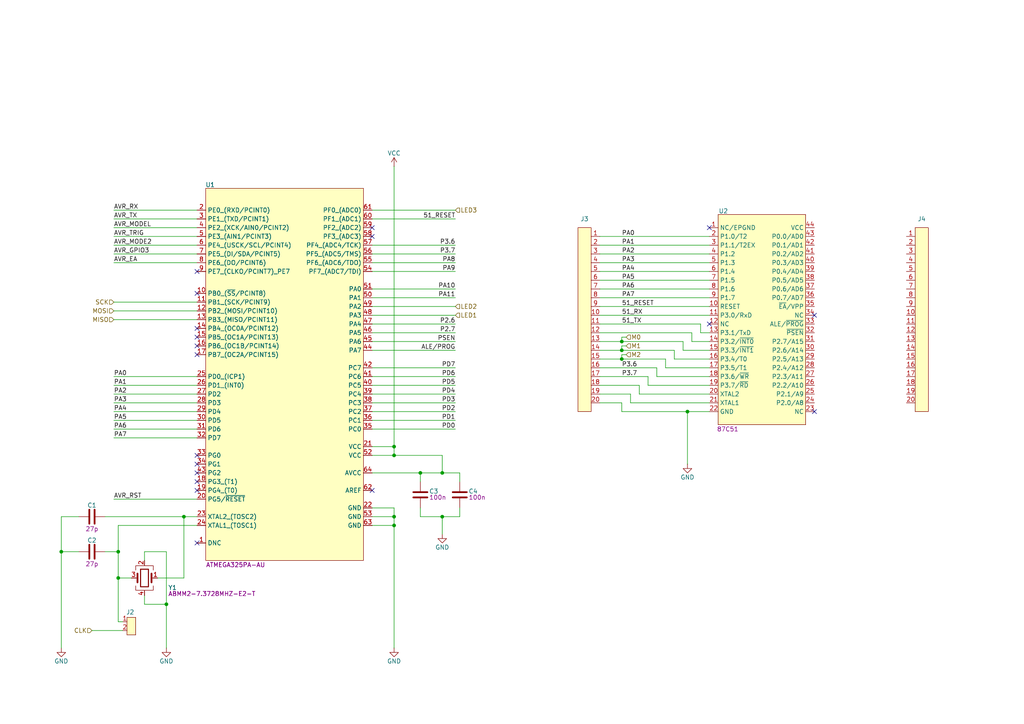
<source format=kicad_sch>
(kicad_sch (version 20231120) (generator "eeschema") (generator_version "8.0")
  (paper "A4")
  (lib_symbols
    (symbol "0603_Yageo_Res:RES_10k_0603" (pin_numbers hide)
      (property "Reference" "R" (at -20.32 5.08 0))
      (property "Display Value" "10k" (at 15.24 5.08 0))
      (symbol "RES_10k_0603_0_1"
        (polyline (pts (xy -2.286 0) (xy -2.54 0)))
        (polyline (pts (xy 2.286 0) (xy 2.54 0)))
        (polyline (pts (xy -2.286 0) (xy -1.905 1.016) (xy -1.524 0) (xy -1.143 -1.016) (xy -0.762 0)))
        (polyline (pts (xy -0.762 0) (xy -0.381 1.016) (xy 0 0) (xy 0.381 -1.016) (xy 0.762 0)))
        (polyline (pts (xy 0.762 0) (xy 1.143 1.016) (xy 1.524 0) (xy 1.905 -1.016) (xy 2.286 0)))
      )
      (symbol "RES_10k_0603_1_1"
        (pin passive line (at -3.81 0 0) (length 1.27) (name "~") (number "1"))
        (pin passive line (at 3.81 0 180) (length 1.27) (name "~") (number "2"))
      )
    )
    (symbol "nae_caps:CAP_100n_6.3V_0603" (pin_numbers hide)
      (property "Reference" "C" (at -20.32 5.08 0))
      (property "Display Value" "100n" (at 15.24 5.08 0))
      (symbol "CAP_100n_6.3V_0603_0_1"
        (polyline (pts (xy -0.762 -2.032) (xy -0.762 2.032)) (stroke (width 0.508)))
        (polyline (pts (xy 0.762 -2.032) (xy 0.762 2.032)) (stroke (width 0.508)))
      )
      (symbol "CAP_100n_6.3V_0603_1_1"
        (pin passive line (at -3.81 0 0) (length 2.794) (name "~") (number "1"))
        (pin passive line (at 3.81 0 180) (length 2.794) (name "~") (number "2"))
      )
    )
    (symbol "nae_caps:CAP_27p_50V_0603" (pin_numbers hide)
      (property "Reference" "C" (at -20.32 5.08 0))
      (property "Display Value" "27p" (at 15.24 5.08 0))
      (symbol "CAP_27p_50V_0603_0_1"
        (polyline (pts (xy -0.762 -2.032) (xy -0.762 2.032)) (stroke (width 0.508)))
        (polyline (pts (xy 0.762 -2.032) (xy 0.762 2.032)) (stroke (width 0.508)))
      )
      (symbol "CAP_27p_50V_0603_1_1"
        (pin passive line (at -3.81 0 0) (length 2.794) (name "~") (number "1"))
        (pin passive line (at 3.81 0 180) (length 2.794) (name "~") (number "2"))
      )
    )
    (symbol "power:GND" (power) (pin_numbers hide) (pin_names (offset 0) hide)
      (property "Value" "GND" (at 0 -3.81 0))
      (symbol "GND_0_1"
        (polyline (pts (xy 0 0) (xy 0 -1.27) (xy 1.27 -1.27) (xy 0 -2.54) (xy -1.27 -1.27) (xy 0 -1.27)))
      )
      (symbol "GND_1_1"
        (pin power_in line (at 0 0 270) (length 0) (name "~") (number "1"))
      )
    )
    (symbol "power:VCC" (power) (pin_numbers hide) (pin_names (offset 0) hide)
      (property "Value" "VCC" (at 0 3.556 0))
      (symbol "VCC_0_1"
        (polyline (pts (xy -0.762 1.27) (xy 0 2.54)))
        (polyline (pts (xy 0 0) (xy 0 2.54)))
        (polyline (pts (xy 0 2.54) (xy 0.762 1.27)))
      )
      (symbol "VCC_1_1"
        (pin power_in line (at 0 0 90) (length 0) (name "~") (number "1"))
      )
    )
    (symbol "tutorial_2_library:87C51_Socket"
      (property "Reference" "U" (at -11.43 5.08 0))
      (property "Display Value" "87C51" (at -10.16 -58.42 0))
      (symbol "87C51_Socket_1_1"
        (rectangle (start -12.7 3.81) (end 12.7 -57.15) (fill (type background)))
        (pin unspecified line (at -15.24 0 0) (length 2.54) (name "NC/EPGND") (number "1"))
        (pin unspecified line (at -15.24 -22.86 0) (length 2.54) (name "RESET") (number "10"))
        (pin unspecified line (at -15.24 -25.4 0) (length 2.54) (name "P3.0/RxD") (number "11"))
        (pin unspecified line (at -15.24 -27.94 0) (length 2.54) (name "NC") (number "12"))
        (pin unspecified line (at -15.24 -30.48 0) (length 2.54) (name "P3.1/TxD") (number "13"))
        (pin unspecified line (at -15.24 -33.02 0) (length 2.54) (name "P3.2/~{INT0}") (number "14"))
        (pin unspecified line (at -15.24 -35.56 0) (length 2.54) (name "P3.3/~{INT1}") (number "15"))
        (pin unspecified line (at -15.24 -38.1 0) (length 2.54) (name "P3.4/T0") (number "16"))
        (pin unspecified line (at -15.24 -40.64 0) (length 2.54) (name "P3.5/T1") (number "17"))
        (pin unspecified line (at -15.24 -43.18 0) (length 2.54) (name "P3.6/~{WR}") (number "18"))
        (pin unspecified line (at -15.24 -45.72 0) (length 2.54) (name "P3.7/~{RD}") (number "19"))
        (pin unspecified line (at -15.24 -2.54 0) (length 2.54) (name "P1.0/T2") (number "2"))
        (pin unspecified line (at -15.24 -48.26 0) (length 2.54) (name "XTAL2") (number "20"))
        (pin unspecified line (at -15.24 -50.8 0) (length 2.54) (name "XTAL1") (number "21"))
        (pin unspecified line (at -15.24 -53.34 0) (length 2.54) (name "GND") (number "22"))
        (pin unspecified line (at 15.24 -53.34 180) (length 2.54) (name "NC") (number "23"))
        (pin unspecified line (at 15.24 -50.8 180) (length 2.54) (name "P2.0/A8") (number "24"))
        (pin unspecified line (at 15.24 -48.26 180) (length 2.54) (name "P2.1/A9") (number "25"))
        (pin unspecified line (at 15.24 -45.72 180) (length 2.54) (name "P2.2/A10") (number "26"))
        (pin unspecified line (at 15.24 -43.18 180) (length 2.54) (name "P2.3/A11") (number "27"))
        (pin unspecified line (at 15.24 -40.64 180) (length 2.54) (name "P2.4/A12") (number "28"))
        (pin unspecified line (at 15.24 -38.1 180) (length 2.54) (name "P2.5/A13") (number "29"))
        (pin unspecified line (at -15.24 -5.08 0) (length 2.54) (name "P1.1/T2EX") (number "3"))
        (pin unspecified line (at 15.24 -35.56 180) (length 2.54) (name "P2.6/A14") (number "30"))
        (pin unspecified line (at 15.24 -33.02 180) (length 2.54) (name "P2.7/A15") (number "31"))
        (pin unspecified line (at 15.24 -30.48 180) (length 2.54) (name "~{PSEN}") (number "32"))
        (pin unspecified line (at 15.24 -27.94 180) (length 2.54) (name "ALE/~{PROG}") (number "33"))
        (pin unspecified line (at 15.24 -25.4 180) (length 2.54) (name "NC") (number "34"))
        (pin unspecified line (at 15.24 -22.86 180) (length 2.54) (name "~{EA}/VPP") (number "35"))
        (pin unspecified line (at 15.24 -20.32 180) (length 2.54) (name "P0.7/AD7") (number "36"))
        (pin unspecified line (at 15.24 -17.78 180) (length 2.54) (name "P0.6/AD6") (number "37"))
        (pin unspecified line (at 15.24 -15.24 180) (length 2.54) (name "P0.5/AD5") (number "38"))
        (pin unspecified line (at 15.24 -12.7 180) (length 2.54) (name "P0.4/AD4") (number "39"))
        (pin unspecified line (at -15.24 -7.62 0) (length 2.54) (name "P1.2") (number "4"))
        (pin unspecified line (at 15.24 -10.16 180) (length 2.54) (name "P0.3/AD3") (number "40"))
        (pin unspecified line (at 15.24 -7.62 180) (length 2.54) (name "P0.2/AD2") (number "41"))
        (pin unspecified line (at 15.24 -5.08 180) (length 2.54) (name "P0.1/AD1") (number "42"))
        (pin unspecified line (at 15.24 -2.54 180) (length 2.54) (name "P0.0/AD0") (number "43"))
        (pin unspecified line (at 15.24 0 180) (length 2.54) (name "VCC") (number "44"))
        (pin unspecified line (at -15.24 -10.16 0) (length 2.54) (name "P1.3") (number "5"))
        (pin unspecified line (at -15.24 -12.7 0) (length 2.54) (name "P1.4") (number "6"))
        (pin unspecified line (at -15.24 -15.24 0) (length 2.54) (name "P1.5") (number "7"))
        (pin unspecified line (at -15.24 -17.78 0) (length 2.54) (name "P1.6") (number "8"))
        (pin unspecified line (at -15.24 -20.32 0) (length 2.54) (name "P1.7") (number "9"))
      )
    )
    (symbol "tutorial_2_library:ATMEGA325PA-AU"
      (property "Reference" "U" (at -21.59 7.62 0))
      (property "Display Value" "ATMEGA325PA-AU" (at -13.97 -102.87 0))
      (symbol "ATMEGA325PA-AU_1_1"
        (rectangle (start -22.86 6.35) (end 22.86 -101.6) (fill (type background)))
        (pin unspecified line (at -25.4 -96.52 0) (length 2.54) (name "DNC") (number "1"))
        (pin unspecified line (at -25.4 -24.13 0) (length 2.54) (name "PB0_(~{SS}/PCINT8)") (number "10"))
        (pin unspecified line (at -25.4 -26.67 0) (length 2.54) (name "PB1_(SCK/PCINT9)") (number "11"))
        (pin unspecified line (at -25.4 -29.21 0) (length 2.54) (name "PB2_(MOSI/PCINT10)") (number "12"))
        (pin unspecified line (at -25.4 -31.75 0) (length 2.54) (name "PB3_(MISO/PCINT11)") (number "13"))
        (pin unspecified line (at -25.4 -34.29 0) (length 2.54) (name "PB4_(OC0A/PCINT12)") (number "14"))
        (pin unspecified line (at -25.4 -36.83 0) (length 2.54) (name "PB5_(OC1A/PCINT13)") (number "15"))
        (pin unspecified line (at -25.4 -39.37 0) (length 2.54) (name "PB6_(OC1B/PCINT14)") (number "16"))
        (pin unspecified line (at -25.4 -41.91 0) (length 2.54) (name "PB7_(OC2A/PCINT15)") (number "17"))
        (pin unspecified line (at -25.4 -78.74 0) (length 2.54) (name "PG3_(T1)") (number "18"))
        (pin unspecified line (at -25.4 -81.28 0) (length 2.54) (name "PG4_(T0)") (number "19"))
        (pin unspecified line (at -25.4 0 0) (length 2.54) (name "PE0_(RXD/PCINT0)") (number "2"))
        (pin unspecified line (at -25.4 -83.82 0) (length 2.54) (name "PG5/~{RESET}") (number "20"))
        (pin unspecified line (at 25.4 -68.58 180) (length 2.54) (name "VCC") (number "21"))
        (pin unspecified line (at 25.4 -86.36 180) (length 2.54) (name "GND") (number "22"))
        (pin unspecified line (at -25.4 -88.9 0) (length 2.54) (name "XTAL2_(TOSC2)") (number "23"))
        (pin unspecified line (at -25.4 -91.44 0) (length 2.54) (name "XTAL1_(TOSC1)") (number "24"))
        (pin unspecified line (at -25.4 -48.26 0) (length 2.54) (name "PD0_(ICP1)") (number "25"))
        (pin unspecified line (at -25.4 -50.8 0) (length 2.54) (name "PD1_(INT0)") (number "26"))
        (pin unspecified line (at -25.4 -53.34 0) (length 2.54) (name "PD2") (number "27"))
        (pin unspecified line (at -25.4 -55.88 0) (length 2.54) (name "PD3") (number "28"))
        (pin unspecified line (at -25.4 -58.42 0) (length 2.54) (name "PD4") (number "29"))
        (pin unspecified line (at -25.4 -2.54 0) (length 2.54) (name "PE1_(TXD/PCINT1)") (number "3"))
        (pin unspecified line (at -25.4 -60.96 0) (length 2.54) (name "PD5") (number "30"))
        (pin unspecified line (at -25.4 -63.5 0) (length 2.54) (name "PD6") (number "31"))
        (pin unspecified line (at -25.4 -66.04 0) (length 2.54) (name "PD7") (number "32"))
        (pin unspecified line (at -25.4 -71.12 0) (length 2.54) (name "PG0") (number "33"))
        (pin unspecified line (at -25.4 -73.66 0) (length 2.54) (name "PG1") (number "34"))
        (pin unspecified line (at 25.4 -63.5 180) (length 2.54) (name "PC0") (number "35"))
        (pin unspecified line (at 25.4 -60.96 180) (length 2.54) (name "PC1") (number "36"))
        (pin unspecified line (at 25.4 -58.42 180) (length 2.54) (name "PC2") (number "37"))
        (pin unspecified line (at 25.4 -55.88 180) (length 2.54) (name "PC3") (number "38"))
        (pin unspecified line (at 25.4 -53.34 180) (length 2.54) (name "PC4") (number "39"))
        (pin unspecified line (at -25.4 -5.08 0) (length 2.54) (name "PE2_(XCK/AIN0/PCINT2)") (number "4"))
        (pin unspecified line (at 25.4 -50.8 180) (length 2.54) (name "PC5") (number "40"))
        (pin unspecified line (at 25.4 -48.26 180) (length 2.54) (name "PC6") (number "41"))
        (pin unspecified line (at 25.4 -45.72 180) (length 2.54) (name "PC7") (number "42"))
        (pin unspecified line (at -25.4 -76.2 0) (length 2.54) (name "PG2") (number "43"))
        (pin unspecified line (at 25.4 -40.64 180) (length 2.54) (name "PA7") (number "44"))
        (pin unspecified line (at 25.4 -38.1 180) (length 2.54) (name "PA6") (number "45"))
        (pin unspecified line (at 25.4 -35.56 180) (length 2.54) (name "PA5") (number "46"))
        (pin unspecified line (at 25.4 -33.02 180) (length 2.54) (name "PA4") (number "47"))
        (pin unspecified line (at 25.4 -30.48 180) (length 2.54) (name "PA3") (number "48"))
        (pin unspecified line (at 25.4 -27.94 180) (length 2.54) (name "PA2") (number "49"))
        (pin unspecified line (at -25.4 -7.62 0) (length 2.54) (name "PE3_(AIN1/PCINT3)") (number "5"))
        (pin unspecified line (at 25.4 -25.4 180) (length 2.54) (name "PA1") (number "50"))
        (pin unspecified line (at 25.4 -22.86 180) (length 2.54) (name "PA0") (number "51"))
        (pin unspecified line (at 25.4 -71.12 180) (length 2.54) (name "VCC") (number "52"))
        (pin unspecified line (at 25.4 -88.9 180) (length 2.54) (name "GND") (number "53"))
        (pin unspecified line (at 25.4 -17.78 180) (length 2.54) (name "PF7_(ADC7/TDI)") (number "54"))
        (pin unspecified line (at 25.4 -15.24 180) (length 2.54) (name "PF6_(ADC6/TDO)") (number "55"))
        (pin unspecified line (at 25.4 -12.7 180) (length 2.54) (name "PF5_(ADC5/TMS)") (number "56"))
        (pin unspecified line (at 25.4 -10.16 180) (length 2.54) (name "PF4_(ADC4/TCK)") (number "57"))
        (pin unspecified line (at 25.4 -7.62 180) (length 2.54) (name "PF3_(ADC3)") (number "58"))
        (pin unspecified line (at 25.4 -5.08 180) (length 2.54) (name "PF2_(ADC2)") (number "59"))
        (pin unspecified line (at -25.4 -10.16 0) (length 2.54) (name "PE4_(USCK/SCL/PCINT4)") (number "6"))
        (pin unspecified line (at 25.4 -2.54 180) (length 2.54) (name "PF1_(ADC1)") (number "60"))
        (pin unspecified line (at 25.4 0 180) (length 2.54) (name "PF0_(ADC0)") (number "61"))
        (pin unspecified line (at 25.4 -81.28 180) (length 2.54) (name "AREF") (number "62"))
        (pin unspecified line (at 25.4 -91.44 180) (length 2.54) (name "GND") (number "63"))
        (pin unspecified line (at 25.4 -76.2 180) (length 2.54) (name "AVCC") (number "64"))
        (pin unspecified line (at -25.4 -12.7 0) (length 2.54) (name "PE5_(DI/SDA/PCINT5)") (number "7"))
        (pin unspecified line (at -25.4 -15.24 0) (length 2.54) (name "PE6_(DO/PCINT6)") (number "8"))
        (pin unspecified line (at -25.4 -17.78 0) (length 2.54) (name "PE7_(CLKO/PCINT7)_PE7") (number "9"))
      )
    )
    (symbol "tutorial_2_library:Crystal_7.3728MHZ_SMD" (pin_names hide)
      (property "Reference" "Y" (at -2.54 5.08 0))
      (property "Display Value" "ABMM2-7.3728MHZ-E2-T" (at 3.81 -7.62 0))
      (symbol "Crystal_7.3728MHZ_SMD_0_1"
        (rectangle (start -1.143 2.54) (end 1.143 -2.54) (stroke (width 0.3048)))
        (polyline (pts (xy -2.54 0) (xy -2.032 0)))
        (polyline (pts (xy -2.032 -1.27) (xy -2.032 1.27)) (stroke (width 0.508)))
        (polyline (pts (xy 0 -3.81) (xy 0 -3.556)))
        (polyline (pts (xy 0 3.556) (xy 0 3.81)))
        (polyline (pts (xy 2.032 -1.27) (xy 2.032 1.27)) (stroke (width 0.508)))
        (polyline (pts (xy 2.032 0) (xy 2.54 0)))
        (polyline (pts (xy -2.54 -2.286) (xy -2.54 -3.556) (xy 2.54 -3.556) (xy 2.54 -2.286)))
        (polyline (pts (xy -2.54 2.286) (xy -2.54 3.556) (xy 2.54 3.556) (xy 2.54 2.286)))
      )
      (symbol "Crystal_7.3728MHZ_SMD_1_1"
        (pin passive line (at -3.81 0 0) (length 1.27) (name "1") (number "1"))
        (pin passive line (at 0 5.08 270) (length 1.27) (name "2") (number "2"))
        (pin passive line (at 3.81 0 180) (length 1.27) (name "3") (number "3"))
        (pin passive line (at 0 -5.08 90) (length 1.27) (name "4") (number "4"))
      )
    )
    (symbol "tutorial_2_library:VERT_HDR_20_2.54mm"
      (property "Reference" "J" (at 1.27 3.81 0))
      (symbol "VERT_HDR_20_2.54mm_1_1"
        (rectangle (start 0 2.54) (end 3.81 -50.8) (fill (type background)))
        (pin unspecified line (at -2.54 0 0) (length 2.54) (name "") (number "1"))
        (pin unspecified line (at -2.54 -22.86 0) (length 2.54) (name "") (number "10"))
        (pin unspecified line (at -2.54 -25.4 0) (length 2.54) (name "") (number "11"))
        (pin unspecified line (at -2.54 -27.94 0) (length 2.54) (name "") (number "12"))
        (pin unspecified line (at -2.54 -30.48 0) (length 2.54) (name "") (number "13"))
        (pin unspecified line (at -2.54 -33.02 0) (length 2.54) (name "") (number "14"))
        (pin unspecified line (at -2.54 -35.56 0) (length 2.54) (name "") (number "15"))
        (pin unspecified line (at -2.54 -38.1 0) (length 2.54) (name "") (number "16"))
        (pin unspecified line (at -2.54 -40.64 0) (length 2.54) (name "") (number "17"))
        (pin unspecified line (at -2.54 -43.18 0) (length 2.54) (name "") (number "18"))
        (pin unspecified line (at -2.54 -45.72 0) (length 2.54) (name "") (number "19"))
        (pin unspecified line (at -2.54 -2.54 0) (length 2.54) (name "") (number "2"))
        (pin unspecified line (at -2.54 -48.26 0) (length 2.54) (name "") (number "20"))
        (pin unspecified line (at -2.54 -5.08 0) (length 2.54) (name "") (number "3"))
        (pin unspecified line (at -2.54 -7.62 0) (length 2.54) (name "") (number "4"))
        (pin unspecified line (at -2.54 -10.16 0) (length 2.54) (name "") (number "5"))
        (pin unspecified line (at -2.54 -12.7 0) (length 2.54) (name "") (number "6"))
        (pin unspecified line (at -2.54 -15.24 0) (length 2.54) (name "") (number "7"))
        (pin unspecified line (at -2.54 -17.78 0) (length 2.54) (name "") (number "8"))
        (pin unspecified line (at -2.54 -20.32 0) (length 2.54) (name "") (number "9"))
      )
    )
    (symbol "tutorial_2_library:VERT_HDR_2_2.54mm"
      (property "Reference" "J" (at 0 3.81 0))
      (symbol "VERT_HDR_2_2.54mm_1_1"
        (rectangle (start -1.27 2.54) (end 1.27 -2.54) (fill (type background)))
        (pin passive line (at -2.54 1.27 0) (length 1.27) (name "") (number "1"))
        (pin passive line (at -2.54 -1.27 0) (length 1.27) (name "") (number "2"))
      )
    )
    (symbol "tutorial_2_library:VERT_HDR_3_2.54mm"
      (property "Reference" "J" (at 1.27 3.81 0))
      (symbol "VERT_HDR_3_2.54mm_1_1"
        (rectangle (start 0 2.54) (end 2.54 -7.62) (fill (type background)))
        (pin unspecified line (at -2.54 -5.08 0) (length 2.54) (name "") (number "1"))
        (pin unspecified line (at -2.54 -2.54 0) (length 2.54) (name "") (number "2"))
        (pin unspecified line (at -2.54 0 0) (length 2.54) (name "") (number "3"))
      )
    )
  )
  (junction (at 344.17 -24.13))
  (junction (at 180.34 104.14))
  (junction (at 34.29 160.02))
  (junction (at 48.26 175.26))
  (junction (at 128.27 149.86))
  (junction (at 121.92 137.16))
  (junction (at 180.34 101.6))
  (junction (at 114.3 149.86))
  (junction (at 114.3 132.08))
  (junction (at 199.39 119.38))
  (junction (at 114.3 129.54))
  (junction (at 128.27 137.16))
  (junction (at 17.78 160.02))
  (junction (at 53.34 149.86))
  (junction (at 180.34 99.06))
  (junction (at 34.29 167.64))
  (junction (at 114.3 152.4))
  (no_connect (at 57.15 97.79))
  (no_connect (at 236.22 91.44))
  (no_connect (at 346.71 5.08))
  (no_connect (at 57.15 139.7))
  (no_connect (at 340.36 -26.67))
  (no_connect (at 57.15 85.09))
  (no_connect (at 57.15 137.16))
  (no_connect (at 57.15 157.48))
  (no_connect (at 57.15 78.74))
  (no_connect (at 57.15 134.62))
  (no_connect (at 57.15 100.33))
  (no_connect (at 107.95 142.24))
  (no_connect (at 57.15 95.25))
  (no_connect (at 57.15 102.87))
  (no_connect (at 57.15 142.24))
  (no_connect (at 205.74 66.04))
  (no_connect (at 107.95 68.58))
  (no_connect (at 205.74 93.98))
  (no_connect (at 107.95 66.04))
  (no_connect (at 57.15 132.08))
  (no_connect (at 236.22 119.38))
  (wire (pts (xy 203.2 93.98) (xy 203.2 96.52)))
  (wire (pts (xy 107.95 96.52) (xy 132.08 96.52)))
  (wire (pts (xy 339.09 24.13) (xy 358.14 24.13)))
  (wire (pts (xy 128.27 149.86) (xy 128.27 154.94)))
  (wire (pts (xy 107.95 71.12) (xy 132.08 71.12)))
  (wire (pts (xy 107.95 137.16) (xy 121.92 137.16)))
  (wire (pts (xy 34.29 160.02) (xy 34.29 167.64)))
  (wire (pts (xy 128.27 132.08) (xy 114.3 132.08)))
  (wire (pts (xy 107.95 114.3) (xy 132.08 114.3)))
  (wire (pts (xy 107.95 111.76) (xy 132.08 111.76)))
  (wire (pts (xy 107.95 88.9) (xy 132.08 88.9)))
  (wire (pts (xy 181.61 97.79) (xy 180.34 97.79)))
  (wire (pts (xy 180.34 101.6) (xy 195.58 101.6)))
  (wire (pts (xy 193.04 104.14) (xy 193.04 106.68)))
  (wire (pts (xy 173.99 76.2) (xy 205.74 76.2)))
  (wire (pts (xy 180.34 101.6) (xy 173.99 101.6)))
  (wire (pts (xy 33.02 124.46) (xy 57.15 124.46)))
  (wire (pts (xy 33.02 119.38) (xy 57.15 119.38)))
  (wire (pts (xy 190.5 109.22) (xy 205.74 109.22)))
  (wire (pts (xy 107.95 60.96) (xy 132.08 60.96)))
  (wire (pts (xy 340.36 -24.13) (xy 344.17 -24.13)))
  (wire (pts (xy 185.42 114.3) (xy 205.74 114.3)))
  (wire (pts (xy 33.02 73.66) (xy 57.15 73.66)))
  (wire (pts (xy 57.15 149.86) (xy 53.34 149.86)))
  (wire (pts (xy 114.3 48.26) (xy 114.3 129.54)))
  (wire (pts (xy 114.3 152.4) (xy 114.3 187.96)))
  (wire (pts (xy 33.02 116.84) (xy 57.15 116.84)))
  (wire (pts (xy 107.95 149.86) (xy 114.3 149.86)))
  (wire (pts (xy 173.99 93.98) (xy 203.2 93.98)))
  (wire (pts (xy 344.17 -3.81) (xy 344.17 2.54)))
  (wire (pts (xy 107.95 86.36) (xy 132.08 86.36)))
  (wire (pts (xy 30.48 160.02) (xy 34.29 160.02)))
  (wire (pts (xy 339.09 29.21) (xy 358.14 29.21)))
  (wire (pts (xy 33.02 68.58) (xy 57.15 68.58)))
  (wire (pts (xy 17.78 160.02) (xy 17.78 187.96)))
  (wire (pts (xy 198.12 101.6) (xy 198.12 99.06)))
  (wire (pts (xy 180.34 101.6) (xy 180.34 100.33)))
  (wire (pts (xy 107.95 121.92) (xy 132.08 121.92)))
  (wire (pts (xy 199.39 119.38) (xy 199.39 134.62)))
  (wire (pts (xy 107.95 119.38) (xy 132.08 119.38)))
  (wire (pts (xy 173.99 68.58) (xy 205.74 68.58)))
  (wire (pts (xy 180.34 119.38) (xy 199.39 119.38)))
  (wire (pts (xy 17.78 160.02) (xy 22.86 160.02)))
  (wire (pts (xy 173.99 116.84) (xy 180.34 116.84)))
  (wire (pts (xy 22.86 149.86) (xy 17.78 149.86)))
  (wire (pts (xy 107.95 109.22) (xy 132.08 109.22)))
  (wire (pts (xy 128.27 137.16) (xy 121.92 137.16)))
  (wire (pts (xy 34.29 152.4) (xy 34.29 160.02)))
  (wire (pts (xy 181.61 100.33) (xy 180.34 100.33)))
  (wire (pts (xy 173.99 114.3) (xy 182.88 114.3)))
  (wire (pts (xy 26.67 182.88) (xy 35.56 182.88)))
  (wire (pts (xy 121.92 147.32) (xy 121.92 149.86)))
  (wire (pts (xy 34.29 180.34) (xy 35.56 180.34)))
  (wire (pts (xy 48.26 175.26) (xy 48.26 187.96)))
  (wire (pts (xy 41.91 172.72) (xy 41.91 175.26)))
  (wire (pts (xy 53.34 167.64) (xy 53.34 149.86)))
  (wire (pts (xy 121.92 149.86) (xy 128.27 149.86)))
  (wire (pts (xy 33.02 127) (xy 57.15 127)))
  (wire (pts (xy 107.95 124.46) (xy 132.08 124.46)))
  (wire (pts (xy 48.26 160.02) (xy 48.26 175.26)))
  (wire (pts (xy 180.34 116.84) (xy 180.34 119.38)))
  (wire (pts (xy 173.99 104.14) (xy 180.34 104.14)))
  (wire (pts (xy 185.42 111.76) (xy 185.42 114.3)))
  (wire (pts (xy 199.39 119.38) (xy 205.74 119.38)))
  (wire (pts (xy 340.36 -21.59) (xy 344.17 -21.59)))
  (wire (pts (xy 173.99 81.28) (xy 205.74 81.28)))
  (wire (pts (xy 339.09 7.62) (xy 358.14 7.62)))
  (wire (pts (xy 344.17 -41.91) (xy 344.17 -36.83)))
  (wire (pts (xy 180.34 104.14) (xy 180.34 102.87)))
  (wire (pts (xy 180.34 104.14) (xy 193.04 104.14)))
  (wire (pts (xy 107.95 91.44) (xy 132.08 91.44)))
  (wire (pts (xy 200.66 96.52) (xy 200.66 99.06)))
  (wire (pts (xy 34.29 167.64) (xy 34.29 180.34)))
  (wire (pts (xy 107.95 78.74) (xy 132.08 78.74)))
  (wire (pts (xy 173.99 71.12) (xy 205.74 71.12)))
  (wire (pts (xy 30.48 149.86) (xy 53.34 149.86)))
  (wire (pts (xy 33.02 60.96) (xy 57.15 60.96)))
  (wire (pts (xy 107.95 152.4) (xy 114.3 152.4)))
  (wire (pts (xy 339.09 2.54) (xy 344.17 2.54)))
  (wire (pts (xy 41.91 175.26) (xy 48.26 175.26)))
  (wire (pts (xy 41.91 162.56) (xy 41.91 160.02)))
  (wire (pts (xy 133.35 137.16) (xy 128.27 137.16)))
  (wire (pts (xy 200.66 99.06) (xy 205.74 99.06)))
  (wire (pts (xy 173.99 91.44) (xy 205.74 91.44)))
  (wire (pts (xy 107.95 99.06) (xy 132.08 99.06)))
  (wire (pts (xy 107.95 132.08) (xy 114.3 132.08)))
  (wire (pts (xy 173.99 83.82) (xy 205.74 83.82)))
  (wire (pts (xy 33.02 90.17) (xy 57.15 90.17)))
  (wire (pts (xy 205.74 101.6) (xy 198.12 101.6)))
  (wire (pts (xy 33.02 71.12) (xy 57.15 71.12)))
  (wire (pts (xy 205.74 104.14) (xy 195.58 104.14)))
  (wire (pts (xy 203.2 96.52) (xy 205.74 96.52)))
  (wire (pts (xy 133.35 149.86) (xy 133.35 147.32)))
  (wire (pts (xy 45.72 167.64) (xy 53.34 167.64)))
  (wire (pts (xy 107.95 129.54) (xy 114.3 129.54)))
  (wire (pts (xy 344.17 -29.21) (xy 344.17 -24.13)))
  (wire (pts (xy 33.02 76.2) (xy 57.15 76.2)))
  (wire (pts (xy 107.95 116.84) (xy 132.08 116.84)))
  (wire (pts (xy 128.27 149.86) (xy 133.35 149.86)))
  (wire (pts (xy 107.95 63.5) (xy 132.08 63.5)))
  (wire (pts (xy 187.96 109.22) (xy 187.96 111.76)))
  (wire (pts (xy 34.29 167.64) (xy 38.1 167.64)))
  (wire (pts (xy 107.95 101.6) (xy 132.08 101.6)))
  (wire (pts (xy 193.04 106.68) (xy 205.74 106.68)))
  (wire (pts (xy 173.99 96.52) (xy 200.66 96.52)))
  (wire (pts (xy 33.02 111.76) (xy 57.15 111.76)))
  (wire (pts (xy 173.99 109.22) (xy 187.96 109.22)))
  (wire (pts (xy 344.17 -24.13) (xy 359.41 -24.13)))
  (wire (pts (xy 33.02 121.92) (xy 57.15 121.92)))
  (wire (pts (xy 114.3 147.32) (xy 114.3 149.86)))
  (wire (pts (xy 128.27 137.16) (xy 128.27 132.08)))
  (wire (pts (xy 57.15 152.4) (xy 34.29 152.4)))
  (wire (pts (xy 181.61 102.87) (xy 180.34 102.87)))
  (wire (pts (xy 33.02 63.5) (xy 57.15 63.5)))
  (wire (pts (xy 33.02 92.71) (xy 57.15 92.71)))
  (wire (pts (xy 173.99 73.66) (xy 205.74 73.66)))
  (wire (pts (xy 107.95 106.68) (xy 132.08 106.68)))
  (wire (pts (xy 173.99 111.76) (xy 185.42 111.76)))
  (wire (pts (xy 173.99 99.06) (xy 180.34 99.06)))
  (wire (pts (xy 33.02 109.22) (xy 57.15 109.22)))
  (wire (pts (xy 190.5 106.68) (xy 190.5 109.22)))
  (wire (pts (xy 33.02 114.3) (xy 57.15 114.3)))
  (wire (pts (xy 17.78 149.86) (xy 17.78 160.02)))
  (wire (pts (xy 114.3 132.08) (xy 114.3 129.54)))
  (wire (pts (xy 182.88 114.3) (xy 182.88 116.84)))
  (wire (pts (xy 180.34 99.06) (xy 180.34 97.79)))
  (wire (pts (xy 114.3 149.86) (xy 114.3 152.4)))
  (wire (pts (xy 107.95 83.82) (xy 132.08 83.82)))
  (wire (pts (xy 173.99 106.68) (xy 190.5 106.68)))
  (wire (pts (xy 180.34 99.06) (xy 198.12 99.06)))
  (wire (pts (xy 121.92 137.16) (xy 121.92 139.7)))
  (wire (pts (xy 107.95 73.66) (xy 132.08 73.66)))
  (wire (pts (xy 107.95 93.98) (xy 132.08 93.98)))
  (wire (pts (xy 107.95 76.2) (xy 132.08 76.2)))
  (wire (pts (xy 344.17 -21.59) (xy 344.17 -15.24)))
  (wire (pts (xy 107.95 147.32) (xy 114.3 147.32)))
  (wire (pts (xy 339.09 26.67) (xy 358.14 26.67)))
  (wire (pts (xy 187.96 111.76) (xy 205.74 111.76)))
  (wire (pts (xy 133.35 139.7) (xy 133.35 137.16)))
  (wire (pts (xy 33.02 66.04) (xy 57.15 66.04)))
  (wire (pts (xy 33.02 144.78) (xy 57.15 144.78)))
  (wire (pts (xy 173.99 86.36) (xy 205.74 86.36)))
  (wire (pts (xy 41.91 160.02) (xy 48.26 160.02)))
  (wire (pts (xy 173.99 88.9) (xy 205.74 88.9)))
  (wire (pts (xy 339.09 5.08) (xy 358.14 5.08)))
  (wire (pts (xy 182.88 116.84) (xy 205.74 116.84)))
  (wire (pts (xy 195.58 104.14) (xy 195.58 101.6)))
  (wire (pts (xy 173.99 78.74) (xy 205.74 78.74)))
  (wire (pts (xy 33.02 87.63) (xy 57.15 87.63)))
  (text "Dont like this no connection here old schematic has net lable and then no connection\ncan we just not have the net label" (at 394.97 1.27 0) (effects (font (size 1.27 1.27))))
  (label "PA0" (at 180.34 68.58 0))
  (label "PA4" (at 180.34 78.74 0))
  (label "AVR_TRIG" (at 33.02 68.58 0))
  (label "51_RX" (at 180.34 91.44 0))
  (label "PA1" (at 180.34 71.12 0))
  (label "PA3" (at 180.34 76.2 0))
  (label "PD0" (at 132.08 124.46 180))
  (label "PA6" (at 33.02 124.46 0))
  (label "PA11" (at 132.08 86.36 180))
  (label "AVR_TX" (at 358.14 24.13 180))
  (label "AVR_EA" (at 358.14 7.62 180))
  (label "AVR_MODE2" (at 33.02 71.12 0))
  (label "AVR_EA" (at 33.02 76.2 0))
  (label "P3.6" (at 132.08 71.12 180))
  (label "PA3" (at 33.02 116.84 0))
  (label "ALE{slash}PROG" (at 132.08 101.6 180))
  (label "EA{slash}VPP" (at 358.14 5.08 180))
  (label "P3.7" (at 180.34 109.22 0))
  (label "AVR_TX" (at 33.02 63.5 0))
  (label "PD1" (at 132.08 121.92 180))
  (label "PD4" (at 132.08 114.3 180))
  (label "PD2" (at 132.08 119.38 180))
  (label "PA7" (at 33.02 127 0))
  (label "PD7" (at 132.08 106.68 180))
  (label "PSEN" (at 132.08 99.06 180))
  (label "PA1" (at 33.02 111.76 0))
  (label "PA5" (at 33.02 121.92 0))
  (label "51_RESET" (at 180.34 88.9 0))
  (label "51_RESET" (at 132.08 63.5 180))
  (label "P2.6" (at 132.08 93.98 180))
  (label "PA9" (at 132.08 78.74 180))
  (label "TX" (at 358.14 26.67 180))
  (label "P3.7" (at 132.08 73.66 180))
  (label "PD5" (at 132.08 111.76 180))
  (label "PD6" (at 132.08 109.22 180))
  (label "PA0" (at 33.02 109.22 0))
  (label "AVR_RX" (at 33.02 60.96 0))
  (label "P2.7" (at 132.08 96.52 180))
  (label "AVR_MODEL" (at 33.02 66.04 0))
  (label "PA10" (at 132.08 83.82 180))
  (label "PA7" (at 180.34 86.36 0))
  (label "51_TX" (at 180.34 93.98 0))
  (label "AVR_GPIO3" (at 33.02 73.66 0))
  (label "PA2" (at 33.02 114.3 0))
  (label "PA4" (at 33.02 119.38 0))
  (label "AVR_MODE" (at 359.41 -24.13 180))
  (label "PA5" (at 180.34 81.28 0))
  (label "PA8" (at 132.08 76.2 180))
  (label "P3.6" (at 180.34 106.68 0))
  (label "PA2" (at 180.34 73.66 0))
  (label "AVR_RST" (at 33.02 144.78 0))
  (label "PD3" (at 132.08 116.84 180))
  (label "PA6" (at 180.34 83.82 0))
  (hierarchical_label "CLK" (shape input) (at 26.67 182.88 180))
  (hierarchical_label "SCK" (shape input) (at 33.02 87.63 180))
  (hierarchical_label "M0" (shape input) (at 181.61 97.79 0))
  (hierarchical_label "LED2" (shape input) (at 132.08 88.9 0))
  (hierarchical_label "LED3" (shape input) (at 132.08 60.96 0))
  (hierarchical_label "MOSI" (shape input) (at 33.02 90.17 180))
  (hierarchical_label "M2" (shape input) (at 181.61 102.87 0))
  (hierarchical_label "M1" (shape input) (at 181.61 100.33 0))
  (hierarchical_label "LED1" (shape input) (at 132.08 91.44 0))
  (hierarchical_label "MISO" (shape input) (at 33.02 92.71 180))
  (symbol (lib_id "tutorial_2_library:VERT_HDR_20_2.54mm") (at 265.43 68.58 0) (unit 1)
    (property "Reference" "J4" (at 267.335 63.5 0))
    (property "Value" "68000-220HLF" (effects (hide yes)))
    (property "Footprint" "Connector_PinHeader_2.54mm:PinHeader_1x20_P2.54mm_Vertical" (effects (hide yes)))
    (property "Datasheet" "https://cdn.amphenol-cs.com/media/wysiwyg/files/documentation/datasheet/boardwiretoboard/bwb_bergstik.pdf" (effects (hide yes)))
    (property "Description" "CONN HEADER VERT 20POS 2.54MM" (effects (hide yes)))
    (property "Display Value" "68000-220HLF" (effects (hide yes)))
    (property "Manufacturer" "Amphenol ICC (FCI)" (effects (hide yes)))
    (property "Manufacturer Part Number" "68000-220HLF" (effects (hide yes)))
    (property "Supplier 1" "DigiKey" (effects (hide yes)))
    (property "Supplier 1 Part Number" "609-5100-ND" (effects (hide yes)))
  )
  (symbol (lib_id "power:GND") (at 48.26 187.96 0) (unit 1)
    (property "Reference" "#PWR010" (effects (hide yes)))
    (property "Value" "GND" (at 48.26 191.77 0))
    (property "Description" "Power symbol creates a global label with name \"GND\" , ground" (effects (hide yes)))
  )
  (symbol (lib_id "tutorial_2_library:VERT_HDR_3_2.54mm") (at 337.82 -26.67 0) (mirror y) (unit 1)
    (property "Reference" "J11" (at 336.804 -30.226 0))
    (property "Value" "1x3 straight header pins" (effects (hide yes)))
    (property "Footprint" "Connector_PinHeader_1.00mm:PinHeader_1x03_P1.00mm_Vertical" (effects (hide yes)))
    (property "Datasheet" "https://www.we-online.com/components/products/datasheet/61300311121.pdf" (effects (hide yes)))
    (property "Description" "CONN HEADER VERT 3POS 2.54MM" (effects (hide yes)))
    (property "Display Value" "Header" (effects (hide yes)))
    (property "Manufacturer" "Würth Elektronik" (effects (hide yes)))
    (property "Manufacturer Part Number" "61300311121" (effects (hide yes)))
    (property "Supplier 1" "DigiKey" (effects (hide yes)))
    (property "Supplier 1 Part Number" "732-5316-ND" (effects (hide yes)))
  )
  (symbol (lib_id "tutorial_2_library:ATMEGA325PA-AU") (at 82.55 60.96 0) (unit 1)
    (property "Reference" "U1" (at 60.96 53.594 0))
    (property "Value" "ATMEGA325PA-AU" (effects (hide yes)))
    (property "Footprint" "Package_QFP:TQFP-64_10x10mm_P0.5mm" (effects (hide yes)))
    (property "Datasheet" "https://ww1.microchip.com/downloads/en/DeviceDoc/Atmel-8285-8-bit-AVR-Microcontroller-ATmega165A_PA_325A_PA_3250A_PA_645A_P_6450A_P_datasheet_Summary.pdf" (effects (hide yes)))
    (property "Description" "IC MCU 8BIT 32KB FLASH 64TQFP" (effects (hide yes)))
    (property "Display Value" "ATMEGA325PA-AU" (at 68.326 163.83 0))
    (property "Manufacturer" "Microchip Technology" (effects (hide yes)))
    (property "Manufacturer Part Number" "ATMEGA325PA-AU" (effects (hide yes)))
    (property "Supplier 1" "DigiKey" (effects (hide yes)))
    (property "Supplier 1 Part Number" "ATMEGA325PA-AU-ND" (effects (hide yes)))
  )
  (symbol (lib_id "power:GND") (at 199.39 134.62 0) (unit 1)
    (property "Reference" "#PWR012" (effects (hide yes)))
    (property "Value" "GND" (at 199.39 138.43 0))
    (property "Description" "Power symbol creates a global label with name \"GND\" , ground" (effects (hide yes)))
  )
  (symbol (lib_id "tutorial_2_library:VERT_HDR_3_2.54mm") (at 336.55 85.09 180) (unit 1)
    (property "Reference" "J5" (at 335.026 76.454 0))
    (property "Value" "1x3 straight header pins" (effects (hide yes)))
    (property "Footprint" "Connector_PinHeader_1.00mm:PinHeader_1x03_P1.00mm_Vertical" (effects (hide yes)))
    (property "Datasheet" "https://www.we-online.com/components/products/datasheet/61300311121.pdf" (effects (hide yes)))
    (property "Description" "CONN HEADER VERT 3POS 2.54MM" (effects (hide yes)))
    (property "Display Value" "Header" (effects (hide yes)))
    (property "Manufacturer" "Würth Elektronik" (effects (hide yes)))
    (property "Manufacturer Part Number" "61300311121" (effects (hide yes)))
    (property "Supplier 1" "DigiKey" (effects (hide yes)))
    (property "Supplier 1 Part Number" "732-5316-ND" (effects (hide yes)))
  )
  (symbol (lib_id "tutorial_2_library:VERT_HDR_20_2.54mm") (at 171.45 68.58 0) (mirror y) (unit 1)
    (property "Reference" "J3" (at 169.545 63.5 0))
    (property "Value" "68000-220HLF" (effects (hide yes)))
    (property "Footprint" "Connector_PinHeader_2.54mm:PinHeader_1x20_P2.54mm_Vertical" (effects (hide yes)))
    (property "Datasheet" "https://cdn.amphenol-cs.com/media/wysiwyg/files/documentation/datasheet/boardwiretoboard/bwb_bergstik.pdf" (effects (hide yes)))
    (property "Description" "CONN HEADER VERT 20POS 2.54MM" (effects (hide yes)))
    (property "Display Value" "68000-220HLF" (effects (hide yes)))
    (property "Manufacturer" "Amphenol ICC (FCI)" (effects (hide yes)))
    (property "Manufacturer Part Number" "68000-220HLF" (effects (hide yes)))
    (property "Supplier 1" "DigiKey" (effects (hide yes)))
    (property "Supplier 1 Part Number" "609-5100-ND" (effects (hide yes)))
  )
  (symbol (lib_id "tutorial_2_library:Crystal_7.3728MHZ_SMD") (at 41.91 167.64 0) (mirror y) (unit 1)
    (property "Reference" "Y1" (at 50.038 170.434 0))
    (property "Value" "ABMM2-7.3728MHZ-E2-T" (effects (hide yes)))
    (property "Footprint" "Crystal:Crystal_SMD_0603-4Pin_6.0x3.5mm" (effects (hide yes)))
    (property "Datasheet" "https://abracon.com/Resonators/ABMM2.pdf" (effects (hide yes)))
    (property "Description" "CRYSTAL 7.3728MHZ 18PF SMD" (effects (hide yes)))
    (property "Display Value" "ABMM2-7.3728MHZ-E2-T" (at 61.468 172.212 0))
    (property "Manufacturer" "Abracon LLC" (effects (hide yes)))
    (property "Manufacturer Part Number" "ABMM2-7.3728MHZ-E2-T" (effects (hide yes)))
    (property "Supplier 1" "DigiKey" (effects (hide yes)))
    (property "Supplier 1 Part Number" "535-10157-1-ND" (effects (hide yes)))
  )
  (symbol (lib_id "tutorial_2_library:VERT_HDR_3_2.54mm") (at 336.55 29.21 180) (unit 1)
    (property "Reference" "J9" (at 335.28 20.574 0))
    (property "Value" "1x3 straight header pins" (effects (hide yes)))
    (property "Footprint" "Connector_PinHeader_1.00mm:PinHeader_1x03_P1.00mm_Vertical" (effects (hide yes)))
    (property "Datasheet" "https://www.we-online.com/components/products/datasheet/61300311121.pdf" (effects (hide yes)))
    (property "Description" "CONN HEADER VERT 3POS 2.54MM" (effects (hide yes)))
    (property "Display Value" "Header" (effects (hide yes)))
    (property "Manufacturer" "Würth Elektronik" (effects (hide yes)))
    (property "Manufacturer Part Number" "61300311121" (effects (hide yes)))
    (property "Supplier 1" "DigiKey" (effects (hide yes)))
    (property "Supplier 1 Part Number" "732-5316-ND" (effects (hide yes)))
  )
  (symbol (lib_id "power:VCC") (at 114.3 48.26 0) (unit 1)
    (property "Reference" "#PWR07" (effects (hide yes)))
    (property "Value" "VCC" (at 114.3 44.45 0))
    (property "Description" "Power symbol creates a global label with name \"VCC\"" (effects (hide yes)))
  )
  (symbol (lib_id "power:GND") (at 17.78 187.96 0) (unit 1)
    (property "Reference" "#PWR09" (effects (hide yes)))
    (property "Value" "GND" (at 17.78 191.77 0))
    (property "Description" "Power symbol creates a global label with name \"GND\" , ground" (effects (hide yes)))
  )
  (symbol (lib_id "tutorial_2_library:VERT_HDR_3_2.54mm") (at 336.55 57.15 180) (unit 1)
    (property "Reference" "J7" (at 335.026 48.514 0))
    (property "Value" "1x3 straight header pins" (effects (hide yes)))
    (property "Footprint" "Connector_PinHeader_1.00mm:PinHeader_1x03_P1.00mm_Vertical" (effects (hide yes)))
    (property "Datasheet" "https://www.we-online.com/components/products/datasheet/61300311121.pdf" (effects (hide yes)))
    (property "Description" "CONN HEADER VERT 3POS 2.54MM" (effects (hide yes)))
    (property "Display Value" "Header" (effects (hide yes)))
    (property "Manufacturer" "Würth Elektronik" (effects (hide yes)))
    (property "Manufacturer Part Number" "61300311121" (effects (hide yes)))
    (property "Supplier 1" "DigiKey" (effects (hide yes)))
    (property "Supplier 1 Part Number" "732-5316-ND" (effects (hide yes)))
  )
  (symbol (lib_id "power:GND") (at 344.17 -15.24 0) (unit 1)
    (property "Reference" "#PWR013" (effects (hide yes)))
    (property "Value" "GND" (at 344.17 -11.43 0))
    (property "Description" "Power symbol creates a global label with name \"GND\" , ground" (effects (hide yes)))
  )
  (symbol (lib_id "nae_caps:CAP_27p_50V_0603") (at 26.67 160.02 0) (unit 1)
    (property "Reference" "C2" (at 26.67 156.718 0))
    (property "Value" "CAP_27p_50V_0603" (effects (hide yes)))
    (property "Footprint" "Capacitor_SMD:C_0603_1608Metric" (effects (hide yes)))
    (property "Datasheet" "https://content.kemet.com/datasheets/KEM_C1002_X7R_SMD.pdf" (effects (hide yes)))
    (property "Description" "CAP CER 27PF 50V X7R 0603" (effects (hide yes)))
    (property "Display Value" "27p" (at 26.67 163.576 0))
    (property "Manufacturer" "KEMET" (effects (hide yes)))
    (property "Manufacturer Part Number" "C0603C270J5RACTU" (effects (hide yes)))
    (property "Supplier 1" "DigiKey" (effects (hide yes)))
    (property "Supplier 1 Part Number" "399-17587-1-ND" (effects (hide yes)))
  )
  (symbol (lib_id "tutorial_2_library:VERT_HDR_2_2.54mm") (at 38.1 181.61 0) (unit 1)
    (property "Reference" "J2" (at 36.576 177.546 0) (effects (justify left)))
    (property "Value" "2Pin_Header_2.54" (effects (hide yes)))
    (property "Footprint" "Connector_PinHeader_2.54mm:PinHeader_2x01_P2.54mm_Vertical" (effects (hide yes)))
    (property "Datasheet" "https://cdn.harwin.com/pdfs/M20-999.pdf" (effects (hide yes)))
    (property "Description" "CONN HEADER VERT 2POS 2.54MM" (effects (hide yes)))
    (property "Display Value" "Jack" (effects (hide yes)))
    (property "Manufacturer" "Harwin Inc." (effects (hide yes)))
    (property "Manufacturer Part Number" "M20-9990246" (effects (hide yes)))
    (property "Supplier 1" "DigiKey" (effects (hide yes)))
    (property "Supplier 1 Part Number" "952-2262-ND" (effects (hide yes)))
    (property "Supplier 2 Part Number" "Connector Header Through Hole 2 position 0.100\" (2.54mm)" (effects (hide yes)))
  )
  (symbol (lib_id "tutorial_2_library:VERT_HDR_3_2.54mm") (at 336.55 71.12 180) (unit 1)
    (property "Reference" "J6" (at 335.026 62.484 0))
    (property "Value" "1x3 straight header pins" (effects (hide yes)))
    (property "Footprint" "Connector_PinHeader_1.00mm:PinHeader_1x03_P1.00mm_Vertical" (effects (hide yes)))
    (property "Datasheet" "https://www.we-online.com/components/products/datasheet/61300311121.pdf" (effects (hide yes)))
    (property "Description" "CONN HEADER VERT 3POS 2.54MM" (effects (hide yes)))
    (property "Display Value" "Header" (effects (hide yes)))
    (property "Manufacturer" "Würth Elektronik" (effects (hide yes)))
    (property "Manufacturer Part Number" "61300311121" (effects (hide yes)))
    (property "Supplier 1" "DigiKey" (effects (hide yes)))
    (property "Supplier 1 Part Number" "732-5316-ND" (effects (hide yes)))
  )
  (symbol (lib_id "tutorial_2_library:VERT_HDR_3_2.54mm") (at 336.55 43.18 180) (unit 1)
    (property "Reference" "J8" (at 335.026 34.544 0))
    (property "Value" "1x3 straight header pins" (effects (hide yes)))
    (property "Footprint" "Connector_PinHeader_1.00mm:PinHeader_1x03_P1.00mm_Vertical" (effects (hide yes)))
    (property "Datasheet" "https://www.we-online.com/components/products/datasheet/61300311121.pdf" (effects (hide yes)))
    (property "Description" "CONN HEADER VERT 3POS 2.54MM" (effects (hide yes)))
    (property "Display Value" "Header" (effects (hide yes)))
    (property "Manufacturer" "Würth Elektronik" (effects (hide yes)))
    (property "Manufacturer Part Number" "61300311121" (effects (hide yes)))
    (property "Supplier 1" "DigiKey" (effects (hide yes)))
    (property "Supplier 1 Part Number" "732-5316-ND" (effects (hide yes)))
  )
  (symbol (lib_id "power:GND") (at 128.27 154.94 0) (unit 1)
    (property "Reference" "#PWR011" (effects (hide yes)))
    (property "Value" "GND" (at 128.27 158.75 0))
    (property "Description" "Power symbol creates a global label with name \"GND\" , ground" (effects (hide yes)))
  )
  (symbol (lib_id "power:VCC") (at 344.17 -41.91 0) (unit 1)
    (property "Reference" "#PWR014" (effects (hide yes)))
    (property "Value" "VCC" (at 344.17 -45.72 0))
    (property "Description" "Power symbol creates a global label with name \"VCC\"" (effects (hide yes)))
  )
  (symbol (lib_id "nae_caps:CAP_27p_50V_0603") (at 26.67 149.86 0) (unit 1)
    (property "Reference" "C1" (at 26.67 146.558 0))
    (property "Value" "CAP_27p_50V_0603" (effects (hide yes)))
    (property "Footprint" "Capacitor_SMD:C_0603_1608Metric" (effects (hide yes)))
    (property "Datasheet" "https://content.kemet.com/datasheets/KEM_C1002_X7R_SMD.pdf" (effects (hide yes)))
    (property "Description" "CAP CER 27PF 50V X7R 0603" (effects (hide yes)))
    (property "Display Value" "27p" (at 26.67 153.416 0))
    (property "Manufacturer" "KEMET" (effects (hide yes)))
    (property "Manufacturer Part Number" "C0603C270J5RACTU" (effects (hide yes)))
    (property "Supplier 1" "DigiKey" (effects (hide yes)))
    (property "Supplier 1 Part Number" "399-17587-1-ND" (effects (hide yes)))
  )
  (symbol (lib_id "power:GND") (at 114.3 187.96 0) (unit 1)
    (property "Reference" "#PWR08" (effects (hide yes)))
    (property "Value" "GND" (at 114.3 191.77 0))
    (property "Description" "Power symbol creates a global label with name \"GND\" , ground" (effects (hide yes)))
  )
  (symbol (lib_id "0603_Yageo_Res:RES_10k_0603") (at 344.17 -33.02 90) (unit 1)
    (property "Reference" "R4" (at 346.71 -34.2901 90) (effects (justify right)))
    (property "Value" "RES_10k_0603" (effects (hide yes)))
    (property "Footprint" "Resistor_SMD:R_0603_1608Metric" (effects (hide yes)))
    (property "Datasheet" "https://www.yageo.com/upload/media/product/products/datasheet/rchip/PYu-RC_Group_51_RoHS_L_12.pdf" (effects (hide yes)))
    (property "Description" "RES 10K OHM 1% 1/10W 0603" (effects (hide yes)))
    (property "Display Value" "10k" (at 346.71 -31.7501 90) (effects (justify right)))
    (property "Manufacturer" "YAGEO" (effects (hide yes)))
    (property "Manufacturer Part Number" "RC0603FR-0710KL" (effects (hide yes)))
    (property "Supplier 1" "DigiKey" (effects (hide yes)))
    (property "Supplier 1 Part Number" "311-10.0KHRCT-ND" (effects (hide yes)))
    (property "Supplier 2" "no_data" (effects (hide yes)))
    (property "Supplier 2 Part Number" "no_data" (effects (hide yes)))
  )
  (symbol (lib_id "tutorial_2_library:87C51_Socket") (at 220.98 66.04 0) (unit 1)
    (property "Reference" "U2" (at 209.804 61.214 0))
    (property "Value" "87C51" (effects (hide yes)))
    (property "Footprint" "Package_LCC:PLCC-44_THT-Socket" (effects (hide yes)))
    (property "Datasheet" "https://multimedia.3m.com/mws/media/358813O/3m-chip-carrier-sockets-lp-4-row-t-h-8400-series-ts2148.pdf" (effects (hide yes)))
    (property "Description" "CONN SOCKET PLCC 44POS TIN" (effects (hide yes)))
    (property "Display Value" "87C51" (at 211.074 124.46 0))
    (property "Manufacturer" "3M" (effects (hide yes)))
    (property "Manufacturer Part Number" "8444-11B1-RK-TP" (effects (hide yes)))
    (property "Supplier 1" "DigiKey" (effects (hide yes)))
    (property "Supplier 1 Part Number" "3M4411B1-ND" (effects (hide yes)))
  )
  (symbol (lib_id "power:VCC") (at 344.17 -3.81 0) (unit 1)
    (property "Reference" "#PWR015" (effects (hide yes)))
    (property "Value" "VCC" (at 344.17 -7.62 0))
    (property "Description" "Power symbol creates a global label with name \"VCC\"" (effects (hide yes)))
  )
  (symbol (lib_id "tutorial_2_library:VERT_HDR_3_2.54mm") (at 336.55 7.62 180) (unit 1)
    (property "Reference" "J10" (at 334.772 -1.27 0))
    (property "Value" "1x3 straight header pins" (effects (hide yes)))
    (property "Footprint" "Connector_PinHeader_1.00mm:PinHeader_1x03_P1.00mm_Vertical" (effects (hide yes)))
    (property "Datasheet" "https://www.we-online.com/components/products/datasheet/61300311121.pdf" (effects (hide yes)))
    (property "Description" "CONN HEADER VERT 3POS 2.54MM" (effects (hide yes)))
    (property "Display Value" "Header" (effects (hide yes)))
    (property "Manufacturer" "Würth Elektronik" (effects (hide yes)))
    (property "Manufacturer Part Number" "61300311121" (effects (hide yes)))
    (property "Supplier 1" "DigiKey" (effects (hide yes)))
    (property "Supplier 1 Part Number" "732-5316-ND" (effects (hide yes)))
  )
  (symbol (lib_id "nae_caps:CAP_100n_6.3V_0603") (at 121.92 143.51 90) (unit 1)
    (property "Reference" "C3" (at 124.46 142.4941 90) (effects (justify right)))
    (property "Value" "CAP_100n_6.3V_0603" (effects (hide yes)))
    (property "Footprint" "Capacitor_SMD:C_0603_1608Metric" (effects (hide yes)))
    (property "Datasheet" "https://www.yageo.com/upload/media/product/productsearch/datasheet/mlcc/UPY-GPHC_X7R_6.3V-to-250V_24.pdf" (effects (hide yes)))
    (property "Description" "CAP CER 0.1UF 6.3V X7R 0603" (effects (hide yes)))
    (property "Display Value" "100n" (at 124.46 144.272 90) (effects (justify right)))
    (property "Manufacturer" "YAGEO" (effects (hide yes)))
    (property "Manufacturer Part Number" "CC0603KRX7R5BB104" (effects (hide yes)))
    (property "Supplier 1" "DigiKey" (effects (hide yes)))
    (property "Supplier 1 Part Number" "13-CC0603KRX7R5BB104CT-ND" (effects (hide yes)))
    (property "Supplier 2" "no_data" (effects (hide yes)))
    (property "Supplier 2 Part Number" "no_data" (effects (hide yes)))
  )
  (symbol (lib_id "nae_caps:CAP_100n_6.3V_0603") (at 133.35 143.51 90) (unit 1)
    (property "Reference" "C4" (at 135.89 142.4941 90) (effects (justify right)))
    (property "Value" "CAP_100n_6.3V_0603" (effects (hide yes)))
    (property "Footprint" "Capacitor_SMD:C_0603_1608Metric" (effects (hide yes)))
    (property "Datasheet" "https://www.yageo.com/upload/media/product/productsearch/datasheet/mlcc/UPY-GPHC_X7R_6.3V-to-250V_24.pdf" (effects (hide yes)))
    (property "Description" "CAP CER 0.1UF 6.3V X7R 0603" (effects (hide yes)))
    (property "Display Value" "100n" (at 135.89 144.272 90) (effects (justify right)))
    (property "Manufacturer" "YAGEO" (effects (hide yes)))
    (property "Manufacturer Part Number" "CC0603KRX7R5BB104" (effects (hide yes)))
    (property "Supplier 1" "DigiKey" (effects (hide yes)))
    (property "Supplier 1 Part Number" "13-CC0603KRX7R5BB104CT-ND" (effects (hide yes)))
    (property "Supplier 2" "no_data" (effects (hide yes)))
    (property "Supplier 2 Part Number" "no_data" (effects (hide yes)))
  )
)
</source>
